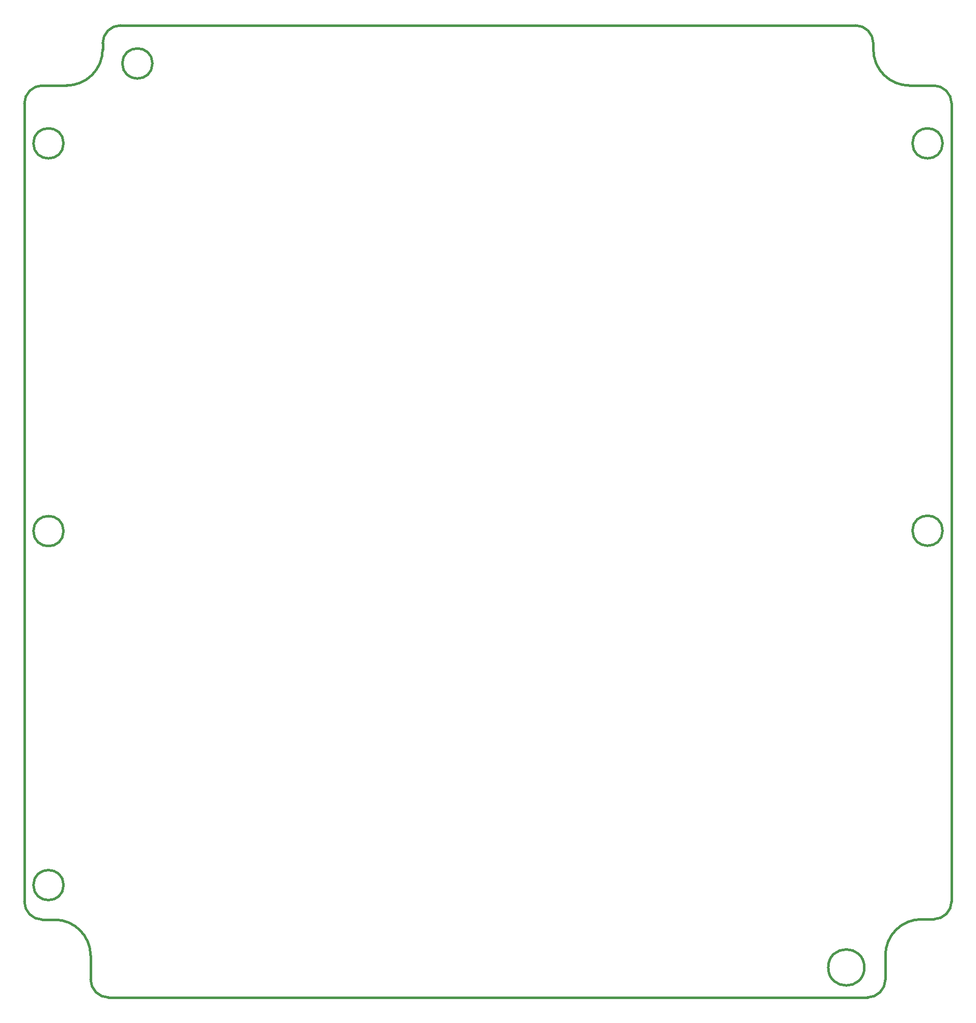
<source format=gbr>
G04 (created by PCBNEW (2013-07-07 BZR 4022)-stable) date 18/12/2014 23:20:11*
%MOIN*%
G04 Gerber Fmt 3.4, Leading zero omitted, Abs format*
%FSLAX34Y34*%
G01*
G70*
G90*
G04 APERTURE LIST*
%ADD10C,0.00393701*%
%ADD11C,0.015*%
G04 APERTURE END LIST*
G54D10*
G54D11*
X98878Y-77122D02*
G75*
G02X101242Y-74758I2364J0D01*
G74*
G01*
X102621Y-23940D02*
G75*
G03X102621Y-23940I-985J0D01*
G74*
G01*
X45097Y-23940D02*
G75*
G03X45097Y-23940I-985J0D01*
G74*
G01*
X96908Y-16213D02*
G75*
G02X98090Y-17395I0J-1181D01*
G74*
G01*
X97499Y-77914D02*
G75*
G03X97499Y-77914I-1181J0D01*
G74*
G01*
X47658Y-17395D02*
G75*
G02X48840Y-16213I1182J0D01*
G74*
G01*
X97696Y-79882D02*
X48053Y-79882D01*
X50916Y-18709D02*
G75*
G03X50916Y-18709I-985J0D01*
G74*
G01*
X102621Y-49309D02*
G75*
G03X102621Y-49309I-985J0D01*
G74*
G01*
X45097Y-49334D02*
G75*
G03X45097Y-49334I-985J0D01*
G74*
G01*
X45097Y-72520D02*
G75*
G03X45097Y-72520I-985J0D01*
G74*
G01*
X47658Y-17395D02*
X47658Y-17789D01*
X45294Y-20153D02*
X43718Y-20153D01*
X47658Y-17789D02*
G75*
G02X45294Y-20153I-2363J0D01*
G74*
G01*
X48840Y-16213D02*
X96908Y-16213D01*
X98090Y-17395D02*
X98090Y-17789D01*
X100454Y-20153D02*
X102030Y-20153D01*
X100454Y-20153D02*
G75*
G02X98090Y-17789I0J2364D01*
G74*
G01*
X96908Y-16213D02*
G75*
G02X98090Y-17395I0J-1181D01*
G74*
G01*
X47658Y-17395D02*
G75*
G02X48840Y-16213I1182J0D01*
G74*
G01*
X98878Y-78700D02*
X98878Y-77122D01*
X101242Y-74758D02*
X102030Y-74758D01*
X44507Y-74785D02*
X43718Y-74785D01*
X44507Y-74785D02*
G75*
G02X46871Y-77149I0J-2364D01*
G74*
G01*
X46871Y-77149D02*
X46871Y-78700D01*
X42536Y-21335D02*
X42536Y-73603D01*
X103212Y-21335D02*
X103212Y-73576D01*
X102032Y-20153D02*
G75*
G02X103212Y-21335I-2J-1181D01*
G74*
G01*
X103212Y-73576D02*
G75*
G02X102030Y-74758I-1182J0D01*
G74*
G01*
X98878Y-78700D02*
G75*
G02X97696Y-79882I-1182J0D01*
G74*
G01*
X48053Y-79882D02*
G75*
G02X46871Y-78700I0J1182D01*
G74*
G01*
X43716Y-74785D02*
G75*
G02X42536Y-73603I2J1181D01*
G74*
G01*
X42536Y-21335D02*
G75*
G02X43718Y-20153I1182J0D01*
G74*
G01*
M02*

</source>
